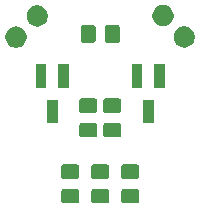
<source format=gbr>
G04 #@! TF.GenerationSoftware,KiCad,Pcbnew,5.1.5+dfsg1-2build2*
G04 #@! TF.CreationDate,2020-06-19T12:28:30-07:00*
G04 #@! TF.ProjectId,touch-circuit-v2,746f7563-682d-4636-9972-637569742d76,rev?*
G04 #@! TF.SameCoordinates,Original*
G04 #@! TF.FileFunction,Soldermask,Top*
G04 #@! TF.FilePolarity,Negative*
%FSLAX46Y46*%
G04 Gerber Fmt 4.6, Leading zero omitted, Abs format (unit mm)*
G04 Created by KiCad (PCBNEW 5.1.5+dfsg1-2build2) date 2020-06-19 12:28:30*
%MOMM*%
%LPD*%
G04 APERTURE LIST*
%ADD10C,0.100000*%
G04 APERTURE END LIST*
D10*
G36*
X140288674Y-99463465D02*
G01*
X140326367Y-99474899D01*
X140361103Y-99493466D01*
X140391548Y-99518452D01*
X140416534Y-99548897D01*
X140435101Y-99583633D01*
X140446535Y-99621326D01*
X140451000Y-99666661D01*
X140451000Y-100503339D01*
X140446535Y-100548674D01*
X140435101Y-100586367D01*
X140416534Y-100621103D01*
X140391548Y-100651548D01*
X140361103Y-100676534D01*
X140326367Y-100695101D01*
X140288674Y-100706535D01*
X140243339Y-100711000D01*
X139156661Y-100711000D01*
X139111326Y-100706535D01*
X139073633Y-100695101D01*
X139038897Y-100676534D01*
X139008452Y-100651548D01*
X138983466Y-100621103D01*
X138964899Y-100586367D01*
X138953465Y-100548674D01*
X138949000Y-100503339D01*
X138949000Y-99666661D01*
X138953465Y-99621326D01*
X138964899Y-99583633D01*
X138983466Y-99548897D01*
X139008452Y-99518452D01*
X139038897Y-99493466D01*
X139073633Y-99474899D01*
X139111326Y-99463465D01*
X139156661Y-99459000D01*
X140243339Y-99459000D01*
X140288674Y-99463465D01*
G37*
G36*
X145368674Y-99463465D02*
G01*
X145406367Y-99474899D01*
X145441103Y-99493466D01*
X145471548Y-99518452D01*
X145496534Y-99548897D01*
X145515101Y-99583633D01*
X145526535Y-99621326D01*
X145531000Y-99666661D01*
X145531000Y-100503339D01*
X145526535Y-100548674D01*
X145515101Y-100586367D01*
X145496534Y-100621103D01*
X145471548Y-100651548D01*
X145441103Y-100676534D01*
X145406367Y-100695101D01*
X145368674Y-100706535D01*
X145323339Y-100711000D01*
X144236661Y-100711000D01*
X144191326Y-100706535D01*
X144153633Y-100695101D01*
X144118897Y-100676534D01*
X144088452Y-100651548D01*
X144063466Y-100621103D01*
X144044899Y-100586367D01*
X144033465Y-100548674D01*
X144029000Y-100503339D01*
X144029000Y-99666661D01*
X144033465Y-99621326D01*
X144044899Y-99583633D01*
X144063466Y-99548897D01*
X144088452Y-99518452D01*
X144118897Y-99493466D01*
X144153633Y-99474899D01*
X144191326Y-99463465D01*
X144236661Y-99459000D01*
X145323339Y-99459000D01*
X145368674Y-99463465D01*
G37*
G36*
X142828674Y-99463465D02*
G01*
X142866367Y-99474899D01*
X142901103Y-99493466D01*
X142931548Y-99518452D01*
X142956534Y-99548897D01*
X142975101Y-99583633D01*
X142986535Y-99621326D01*
X142991000Y-99666661D01*
X142991000Y-100503339D01*
X142986535Y-100548674D01*
X142975101Y-100586367D01*
X142956534Y-100621103D01*
X142931548Y-100651548D01*
X142901103Y-100676534D01*
X142866367Y-100695101D01*
X142828674Y-100706535D01*
X142783339Y-100711000D01*
X141696661Y-100711000D01*
X141651326Y-100706535D01*
X141613633Y-100695101D01*
X141578897Y-100676534D01*
X141548452Y-100651548D01*
X141523466Y-100621103D01*
X141504899Y-100586367D01*
X141493465Y-100548674D01*
X141489000Y-100503339D01*
X141489000Y-99666661D01*
X141493465Y-99621326D01*
X141504899Y-99583633D01*
X141523466Y-99548897D01*
X141548452Y-99518452D01*
X141578897Y-99493466D01*
X141613633Y-99474899D01*
X141651326Y-99463465D01*
X141696661Y-99459000D01*
X142783339Y-99459000D01*
X142828674Y-99463465D01*
G37*
G36*
X142828674Y-97413465D02*
G01*
X142866367Y-97424899D01*
X142901103Y-97443466D01*
X142931548Y-97468452D01*
X142956534Y-97498897D01*
X142975101Y-97533633D01*
X142986535Y-97571326D01*
X142991000Y-97616661D01*
X142991000Y-98453339D01*
X142986535Y-98498674D01*
X142975101Y-98536367D01*
X142956534Y-98571103D01*
X142931548Y-98601548D01*
X142901103Y-98626534D01*
X142866367Y-98645101D01*
X142828674Y-98656535D01*
X142783339Y-98661000D01*
X141696661Y-98661000D01*
X141651326Y-98656535D01*
X141613633Y-98645101D01*
X141578897Y-98626534D01*
X141548452Y-98601548D01*
X141523466Y-98571103D01*
X141504899Y-98536367D01*
X141493465Y-98498674D01*
X141489000Y-98453339D01*
X141489000Y-97616661D01*
X141493465Y-97571326D01*
X141504899Y-97533633D01*
X141523466Y-97498897D01*
X141548452Y-97468452D01*
X141578897Y-97443466D01*
X141613633Y-97424899D01*
X141651326Y-97413465D01*
X141696661Y-97409000D01*
X142783339Y-97409000D01*
X142828674Y-97413465D01*
G37*
G36*
X140288674Y-97413465D02*
G01*
X140326367Y-97424899D01*
X140361103Y-97443466D01*
X140391548Y-97468452D01*
X140416534Y-97498897D01*
X140435101Y-97533633D01*
X140446535Y-97571326D01*
X140451000Y-97616661D01*
X140451000Y-98453339D01*
X140446535Y-98498674D01*
X140435101Y-98536367D01*
X140416534Y-98571103D01*
X140391548Y-98601548D01*
X140361103Y-98626534D01*
X140326367Y-98645101D01*
X140288674Y-98656535D01*
X140243339Y-98661000D01*
X139156661Y-98661000D01*
X139111326Y-98656535D01*
X139073633Y-98645101D01*
X139038897Y-98626534D01*
X139008452Y-98601548D01*
X138983466Y-98571103D01*
X138964899Y-98536367D01*
X138953465Y-98498674D01*
X138949000Y-98453339D01*
X138949000Y-97616661D01*
X138953465Y-97571326D01*
X138964899Y-97533633D01*
X138983466Y-97498897D01*
X139008452Y-97468452D01*
X139038897Y-97443466D01*
X139073633Y-97424899D01*
X139111326Y-97413465D01*
X139156661Y-97409000D01*
X140243339Y-97409000D01*
X140288674Y-97413465D01*
G37*
G36*
X145368674Y-97413465D02*
G01*
X145406367Y-97424899D01*
X145441103Y-97443466D01*
X145471548Y-97468452D01*
X145496534Y-97498897D01*
X145515101Y-97533633D01*
X145526535Y-97571326D01*
X145531000Y-97616661D01*
X145531000Y-98453339D01*
X145526535Y-98498674D01*
X145515101Y-98536367D01*
X145496534Y-98571103D01*
X145471548Y-98601548D01*
X145441103Y-98626534D01*
X145406367Y-98645101D01*
X145368674Y-98656535D01*
X145323339Y-98661000D01*
X144236661Y-98661000D01*
X144191326Y-98656535D01*
X144153633Y-98645101D01*
X144118897Y-98626534D01*
X144088452Y-98601548D01*
X144063466Y-98571103D01*
X144044899Y-98536367D01*
X144033465Y-98498674D01*
X144029000Y-98453339D01*
X144029000Y-97616661D01*
X144033465Y-97571326D01*
X144044899Y-97533633D01*
X144063466Y-97498897D01*
X144088452Y-97468452D01*
X144118897Y-97443466D01*
X144153633Y-97424899D01*
X144191326Y-97413465D01*
X144236661Y-97409000D01*
X145323339Y-97409000D01*
X145368674Y-97413465D01*
G37*
G36*
X141812674Y-93875465D02*
G01*
X141850367Y-93886899D01*
X141885103Y-93905466D01*
X141915548Y-93930452D01*
X141940534Y-93960897D01*
X141959101Y-93995633D01*
X141970535Y-94033326D01*
X141975000Y-94078661D01*
X141975000Y-94915339D01*
X141970535Y-94960674D01*
X141959101Y-94998367D01*
X141940534Y-95033103D01*
X141915548Y-95063548D01*
X141885103Y-95088534D01*
X141850367Y-95107101D01*
X141812674Y-95118535D01*
X141767339Y-95123000D01*
X140680661Y-95123000D01*
X140635326Y-95118535D01*
X140597633Y-95107101D01*
X140562897Y-95088534D01*
X140532452Y-95063548D01*
X140507466Y-95033103D01*
X140488899Y-94998367D01*
X140477465Y-94960674D01*
X140473000Y-94915339D01*
X140473000Y-94078661D01*
X140477465Y-94033326D01*
X140488899Y-93995633D01*
X140507466Y-93960897D01*
X140532452Y-93930452D01*
X140562897Y-93905466D01*
X140597633Y-93886899D01*
X140635326Y-93875465D01*
X140680661Y-93871000D01*
X141767339Y-93871000D01*
X141812674Y-93875465D01*
G37*
G36*
X143844674Y-93875465D02*
G01*
X143882367Y-93886899D01*
X143917103Y-93905466D01*
X143947548Y-93930452D01*
X143972534Y-93960897D01*
X143991101Y-93995633D01*
X144002535Y-94033326D01*
X144007000Y-94078661D01*
X144007000Y-94915339D01*
X144002535Y-94960674D01*
X143991101Y-94998367D01*
X143972534Y-95033103D01*
X143947548Y-95063548D01*
X143917103Y-95088534D01*
X143882367Y-95107101D01*
X143844674Y-95118535D01*
X143799339Y-95123000D01*
X142712661Y-95123000D01*
X142667326Y-95118535D01*
X142629633Y-95107101D01*
X142594897Y-95088534D01*
X142564452Y-95063548D01*
X142539466Y-95033103D01*
X142520899Y-94998367D01*
X142509465Y-94960674D01*
X142505000Y-94915339D01*
X142505000Y-94078661D01*
X142509465Y-94033326D01*
X142520899Y-93995633D01*
X142539466Y-93960897D01*
X142564452Y-93930452D01*
X142594897Y-93905466D01*
X142629633Y-93886899D01*
X142667326Y-93875465D01*
X142712661Y-93871000D01*
X143799339Y-93871000D01*
X143844674Y-93875465D01*
G37*
G36*
X138627000Y-93941000D02*
G01*
X137725000Y-93941000D01*
X137725000Y-91939000D01*
X138627000Y-91939000D01*
X138627000Y-93941000D01*
G37*
G36*
X146755000Y-93941000D02*
G01*
X145853000Y-93941000D01*
X145853000Y-91939000D01*
X146755000Y-91939000D01*
X146755000Y-93941000D01*
G37*
G36*
X141812674Y-91825465D02*
G01*
X141850367Y-91836899D01*
X141885103Y-91855466D01*
X141915548Y-91880452D01*
X141940534Y-91910897D01*
X141959101Y-91945633D01*
X141970535Y-91983326D01*
X141975000Y-92028661D01*
X141975000Y-92865339D01*
X141970535Y-92910674D01*
X141959101Y-92948367D01*
X141940534Y-92983103D01*
X141915548Y-93013548D01*
X141885103Y-93038534D01*
X141850367Y-93057101D01*
X141812674Y-93068535D01*
X141767339Y-93073000D01*
X140680661Y-93073000D01*
X140635326Y-93068535D01*
X140597633Y-93057101D01*
X140562897Y-93038534D01*
X140532452Y-93013548D01*
X140507466Y-92983103D01*
X140488899Y-92948367D01*
X140477465Y-92910674D01*
X140473000Y-92865339D01*
X140473000Y-92028661D01*
X140477465Y-91983326D01*
X140488899Y-91945633D01*
X140507466Y-91910897D01*
X140532452Y-91880452D01*
X140562897Y-91855466D01*
X140597633Y-91836899D01*
X140635326Y-91825465D01*
X140680661Y-91821000D01*
X141767339Y-91821000D01*
X141812674Y-91825465D01*
G37*
G36*
X143844674Y-91825465D02*
G01*
X143882367Y-91836899D01*
X143917103Y-91855466D01*
X143947548Y-91880452D01*
X143972534Y-91910897D01*
X143991101Y-91945633D01*
X144002535Y-91983326D01*
X144007000Y-92028661D01*
X144007000Y-92865339D01*
X144002535Y-92910674D01*
X143991101Y-92948367D01*
X143972534Y-92983103D01*
X143947548Y-93013548D01*
X143917103Y-93038534D01*
X143882367Y-93057101D01*
X143844674Y-93068535D01*
X143799339Y-93073000D01*
X142712661Y-93073000D01*
X142667326Y-93068535D01*
X142629633Y-93057101D01*
X142594897Y-93038534D01*
X142564452Y-93013548D01*
X142539466Y-92983103D01*
X142520899Y-92948367D01*
X142509465Y-92910674D01*
X142505000Y-92865339D01*
X142505000Y-92028661D01*
X142509465Y-91983326D01*
X142520899Y-91945633D01*
X142539466Y-91910897D01*
X142564452Y-91880452D01*
X142594897Y-91855466D01*
X142629633Y-91836899D01*
X142667326Y-91825465D01*
X142712661Y-91821000D01*
X143799339Y-91821000D01*
X143844674Y-91825465D01*
G37*
G36*
X147705000Y-90941000D02*
G01*
X146803000Y-90941000D01*
X146803000Y-88939000D01*
X147705000Y-88939000D01*
X147705000Y-90941000D01*
G37*
G36*
X145805000Y-90941000D02*
G01*
X144903000Y-90941000D01*
X144903000Y-88939000D01*
X145805000Y-88939000D01*
X145805000Y-90941000D01*
G37*
G36*
X139577000Y-90941000D02*
G01*
X138675000Y-90941000D01*
X138675000Y-88939000D01*
X139577000Y-88939000D01*
X139577000Y-90941000D01*
G37*
G36*
X137677000Y-90941000D02*
G01*
X136775000Y-90941000D01*
X136775000Y-88939000D01*
X137677000Y-88939000D01*
X137677000Y-90941000D01*
G37*
G36*
X135211671Y-85733633D02*
G01*
X135372761Y-85765675D01*
X135536733Y-85833595D01*
X135684303Y-85932198D01*
X135809802Y-86057697D01*
X135908405Y-86205267D01*
X135976325Y-86369239D01*
X136010949Y-86543310D01*
X136010949Y-86720792D01*
X135976325Y-86894863D01*
X135908405Y-87058835D01*
X135809802Y-87206405D01*
X135684303Y-87331904D01*
X135536733Y-87430507D01*
X135372761Y-87498427D01*
X135223461Y-87528124D01*
X135198691Y-87533051D01*
X135021207Y-87533051D01*
X134996437Y-87528124D01*
X134847137Y-87498427D01*
X134683165Y-87430507D01*
X134535595Y-87331904D01*
X134410096Y-87206405D01*
X134311493Y-87058835D01*
X134243573Y-86894863D01*
X134208949Y-86720792D01*
X134208949Y-86543310D01*
X134243573Y-86369239D01*
X134311493Y-86205267D01*
X134410096Y-86057697D01*
X134535595Y-85932198D01*
X134683165Y-85833595D01*
X134847137Y-85765675D01*
X135008227Y-85733633D01*
X135021207Y-85731051D01*
X135198691Y-85731051D01*
X135211671Y-85733633D01*
G37*
G36*
X149465512Y-85717927D02*
G01*
X149614812Y-85747624D01*
X149778784Y-85815544D01*
X149926354Y-85914147D01*
X150051853Y-86039646D01*
X150150456Y-86187216D01*
X150218376Y-86351188D01*
X150253000Y-86525259D01*
X150253000Y-86702741D01*
X150218376Y-86876812D01*
X150150456Y-87040784D01*
X150051853Y-87188354D01*
X149926354Y-87313853D01*
X149778784Y-87412456D01*
X149614812Y-87480376D01*
X149465512Y-87510073D01*
X149440742Y-87515000D01*
X149263258Y-87515000D01*
X149238488Y-87510073D01*
X149089188Y-87480376D01*
X148925216Y-87412456D01*
X148777646Y-87313853D01*
X148652147Y-87188354D01*
X148553544Y-87040784D01*
X148485624Y-86876812D01*
X148451000Y-86702741D01*
X148451000Y-86525259D01*
X148485624Y-86351188D01*
X148553544Y-86187216D01*
X148652147Y-86039646D01*
X148777646Y-85914147D01*
X148925216Y-85815544D01*
X149089188Y-85747624D01*
X149238488Y-85717927D01*
X149263258Y-85713000D01*
X149440742Y-85713000D01*
X149465512Y-85717927D01*
G37*
G36*
X143728674Y-85613465D02*
G01*
X143766367Y-85624899D01*
X143801103Y-85643466D01*
X143831548Y-85668452D01*
X143856534Y-85698897D01*
X143875101Y-85733633D01*
X143886535Y-85771326D01*
X143891000Y-85816661D01*
X143891000Y-86903339D01*
X143886535Y-86948674D01*
X143875101Y-86986367D01*
X143856534Y-87021103D01*
X143831548Y-87051548D01*
X143801103Y-87076534D01*
X143766367Y-87095101D01*
X143728674Y-87106535D01*
X143683339Y-87111000D01*
X142846661Y-87111000D01*
X142801326Y-87106535D01*
X142763633Y-87095101D01*
X142728897Y-87076534D01*
X142698452Y-87051548D01*
X142673466Y-87021103D01*
X142654899Y-86986367D01*
X142643465Y-86948674D01*
X142639000Y-86903339D01*
X142639000Y-85816661D01*
X142643465Y-85771326D01*
X142654899Y-85733633D01*
X142673466Y-85698897D01*
X142698452Y-85668452D01*
X142728897Y-85643466D01*
X142763633Y-85624899D01*
X142801326Y-85613465D01*
X142846661Y-85609000D01*
X143683339Y-85609000D01*
X143728674Y-85613465D01*
G37*
G36*
X141678674Y-85613465D02*
G01*
X141716367Y-85624899D01*
X141751103Y-85643466D01*
X141781548Y-85668452D01*
X141806534Y-85698897D01*
X141825101Y-85733633D01*
X141836535Y-85771326D01*
X141841000Y-85816661D01*
X141841000Y-86903339D01*
X141836535Y-86948674D01*
X141825101Y-86986367D01*
X141806534Y-87021103D01*
X141781548Y-87051548D01*
X141751103Y-87076534D01*
X141716367Y-87095101D01*
X141678674Y-87106535D01*
X141633339Y-87111000D01*
X140796661Y-87111000D01*
X140751326Y-87106535D01*
X140713633Y-87095101D01*
X140678897Y-87076534D01*
X140648452Y-87051548D01*
X140623466Y-87021103D01*
X140604899Y-86986367D01*
X140593465Y-86948674D01*
X140589000Y-86903339D01*
X140589000Y-85816661D01*
X140593465Y-85771326D01*
X140604899Y-85733633D01*
X140623466Y-85698897D01*
X140648452Y-85668452D01*
X140678897Y-85643466D01*
X140713633Y-85624899D01*
X140751326Y-85613465D01*
X140796661Y-85609000D01*
X141633339Y-85609000D01*
X141678674Y-85613465D01*
G37*
G36*
X137019512Y-83939927D02*
G01*
X137168812Y-83969624D01*
X137332784Y-84037544D01*
X137480354Y-84136147D01*
X137605853Y-84261646D01*
X137704456Y-84409216D01*
X137772376Y-84573188D01*
X137807000Y-84747259D01*
X137807000Y-84924741D01*
X137772376Y-85098812D01*
X137704456Y-85262784D01*
X137605853Y-85410354D01*
X137480354Y-85535853D01*
X137332784Y-85634456D01*
X137168812Y-85702376D01*
X137030124Y-85729962D01*
X136994742Y-85737000D01*
X136817258Y-85737000D01*
X136781876Y-85729962D01*
X136643188Y-85702376D01*
X136479216Y-85634456D01*
X136331646Y-85535853D01*
X136206147Y-85410354D01*
X136107544Y-85262784D01*
X136039624Y-85098812D01*
X136005000Y-84924741D01*
X136005000Y-84747259D01*
X136039624Y-84573188D01*
X136107544Y-84409216D01*
X136206147Y-84261646D01*
X136331646Y-84136147D01*
X136479216Y-84037544D01*
X136643188Y-83969624D01*
X136792488Y-83939927D01*
X136817258Y-83935000D01*
X136994742Y-83935000D01*
X137019512Y-83939927D01*
G37*
G36*
X147669461Y-83921876D02*
G01*
X147818761Y-83951573D01*
X147982733Y-84019493D01*
X148130303Y-84118096D01*
X148255802Y-84243595D01*
X148354405Y-84391165D01*
X148422325Y-84555137D01*
X148456949Y-84729208D01*
X148456949Y-84906690D01*
X148422325Y-85080761D01*
X148354405Y-85244733D01*
X148255802Y-85392303D01*
X148130303Y-85517802D01*
X147982733Y-85616405D01*
X147818761Y-85684325D01*
X147674598Y-85713000D01*
X147644691Y-85718949D01*
X147467207Y-85718949D01*
X147437300Y-85713000D01*
X147293137Y-85684325D01*
X147129165Y-85616405D01*
X146981595Y-85517802D01*
X146856096Y-85392303D01*
X146757493Y-85244733D01*
X146689573Y-85080761D01*
X146654949Y-84906690D01*
X146654949Y-84729208D01*
X146689573Y-84555137D01*
X146757493Y-84391165D01*
X146856096Y-84243595D01*
X146981595Y-84118096D01*
X147129165Y-84019493D01*
X147293137Y-83951573D01*
X147442437Y-83921876D01*
X147467207Y-83916949D01*
X147644691Y-83916949D01*
X147669461Y-83921876D01*
G37*
M02*

</source>
